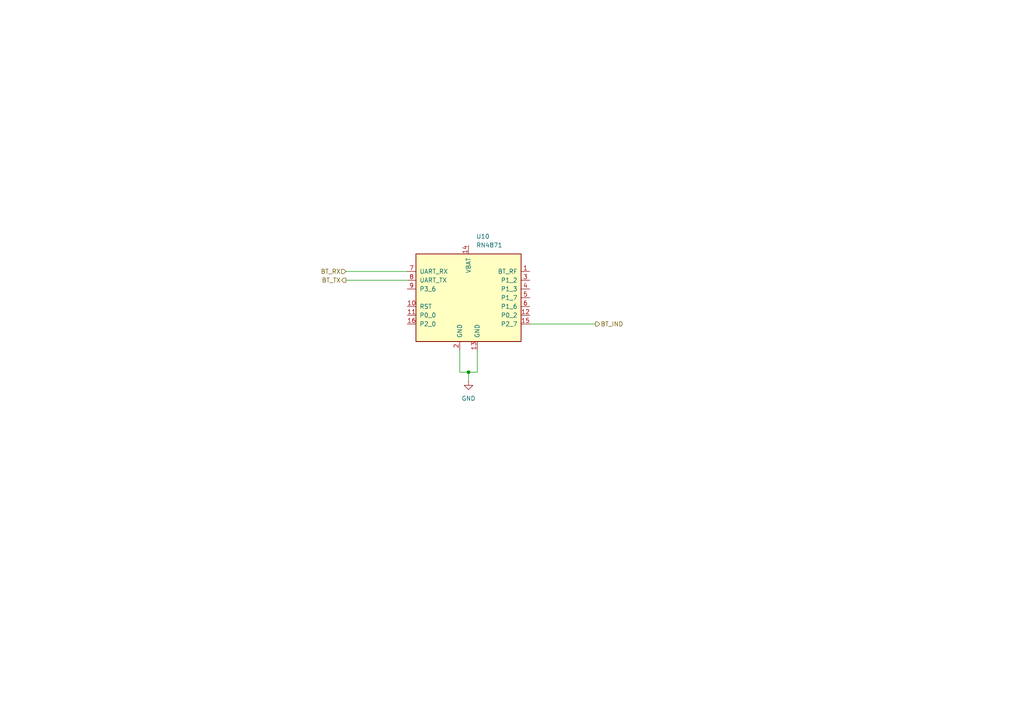
<source format=kicad_sch>
(kicad_sch (version 20230121) (generator eeschema)
  (paper "A4")
  (lib_symbols
    (symbol "RF_Bluetooth:RN4871" (pin_names (offset 1.016))
      (property "Reference" "U" (at -12.7 13.97 0))
      (property "Value" "RN4871" (at 11.43 -15.24 0))
      (symbol "RN4871_0_1"
        (rectangle (start -15.24 12.7) (end 15.24 -12.7) (stroke (width 0.254)) (fill (type background)))
      )
      (symbol "RN4871_1_1"
        (pin output line (at 17.78 7.62 180) (length 2.54) (name "BT_RF") (number "1"))
        (pin input line (at -17.78 -2.54 0) (length 2.54) (name "RST") (number "10"))
        (pin bidirectional line (at -17.78 -5.08 0) (length 2.54) (name "P0_0") (number "11"))
        (pin bidirectional line (at 17.78 -5.08 180) (length 2.54) (name "P0_2") (number "12"))
        (pin power_in line (at 2.54 -15.24 90) (length 2.54) (name "GND") (number "13"))
        (pin power_in line (at 0 15.24 270) (length 2.54) (name "VBAT") (number "14"))
        (pin bidirectional line (at 17.78 -7.62 180) (length 2.54) (name "P2_7") (number "15"))
        (pin input line (at -17.78 -7.62 0) (length 2.54) (name "P2_0") (number "16"))
        (pin power_in line (at -2.54 -15.24 90) (length 2.54) (name "GND") (number "2"))
        (pin bidirectional line (at 17.78 5.08 180) (length 2.54) (name "P1_2") (number "3"))
        (pin bidirectional line (at 17.78 2.54 180) (length 2.54) (name "P1_3") (number "4"))
        (pin bidirectional line (at 17.78 0 180) (length 2.54) (name "P1_7") (number "5"))
        (pin bidirectional line (at 17.78 -2.54 180) (length 2.54) (name "P1_6") (number "6"))
        (pin input line (at -17.78 7.62 0) (length 2.54) (name "UART_RX") (number "7"))
        (pin output line (at -17.78 5.08 0) (length 2.54) (name "UART_TX") (number "8"))
        (pin bidirectional line (at -17.78 2.54 0) (length 2.54) (name "P3_6") (number "9"))
      )
    )
    (symbol "power:GND" (power) (pin_names (offset 0))
      (property "Value" "GND" (at 0 -3.81 0))
      (symbol "GND_0_1"
        (polyline (pts (xy 0 0) (xy 0 -1.27) (xy 1.27 -1.27) (xy 0 -2.54) (xy -1.27 -1.27) (xy 0 -1.27)))
      )
      (symbol "GND_1_1"
        (pin power_in line (at 0 0 270) (length 0) hide (name "GND") (number "1"))
      )
    )
  )
  (junction (at 135.89 107.95))
  (wire (pts (xy 100.33 78.74) (xy 118.11 78.74)))
  (wire (pts (xy 153.67 93.98) (xy 172.72 93.98)))
  (wire (pts (xy 135.89 107.95) (xy 135.89 110.49)))
  (wire (pts (xy 133.35 101.6) (xy 133.35 107.95)))
  (wire (pts (xy 133.35 107.95) (xy 135.89 107.95)))
  (wire (pts (xy 135.89 107.95) (xy 138.43 107.95)))
  (wire (pts (xy 100.33 81.28) (xy 118.11 81.28)))
  (wire (pts (xy 138.43 107.95) (xy 138.43 101.6)))
  (hierarchical_label "BT_IND" (shape output) (at 172.72 93.98 0))
  (hierarchical_label "BT_RX" (shape input) (at 100.33 78.74 180))
  (hierarchical_label "BT_TX" (shape output) (at 100.33 81.28 180))
  (symbol (lib_id "RF_Bluetooth:RN4871") (at 135.89 86.36 0) (unit 1)
    (property "Reference" "U10" (at 138.0841 68.58 0) (effects (justify left)))
    (property "Value" "RN4871" (at 138.0841 71.12 0) (effects (justify left)))
    (property "Footprint" "RF_Module:Microchip_RN4871" (effects hide))
    (property "Datasheet" "http://ww1.microchip.com/downloads/en/DeviceDoc/50002489A.pdf" (effects hide))
  )
  (symbol (lib_id "power:GND") (at 135.89 110.49 0) (unit 1)
    (property "Reference" "#PWR01" (effects hide))
    (property "Value" "GND" (at 135.89 115.57 0))
  )
)
</source>
